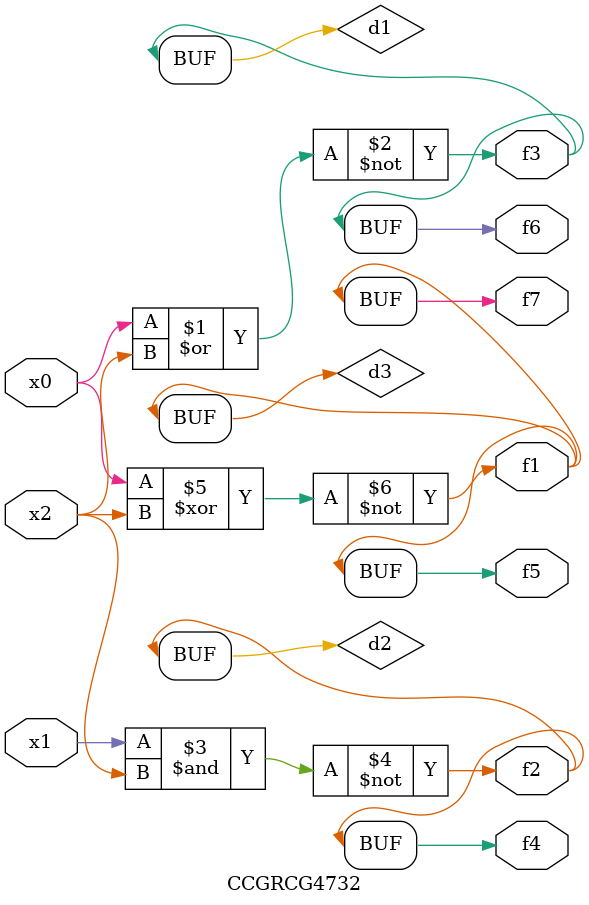
<source format=v>
module CCGRCG4732(
	input x0, x1, x2,
	output f1, f2, f3, f4, f5, f6, f7
);

	wire d1, d2, d3;

	nor (d1, x0, x2);
	nand (d2, x1, x2);
	xnor (d3, x0, x2);
	assign f1 = d3;
	assign f2 = d2;
	assign f3 = d1;
	assign f4 = d2;
	assign f5 = d3;
	assign f6 = d1;
	assign f7 = d3;
endmodule

</source>
